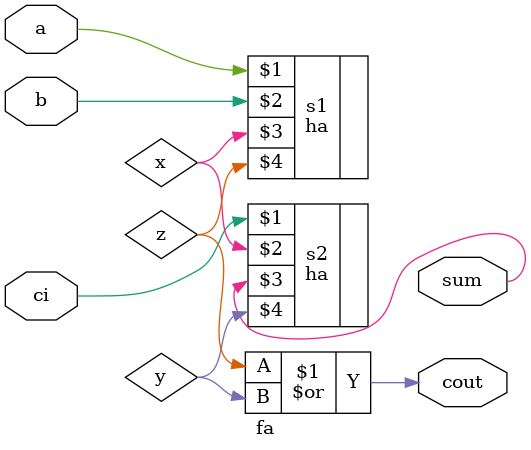
<source format=v>
module fa (a,b,ci,cout, sum);
input a,b,ci;
output sum,cout;

//method 1
//assign {cout, sum} = a + b + ci; 

//method 2
wire x,y,z;
ha s1 (a, b , x, z); 
ha s2 (ci, x , sum, y); 
or s3 (cout, z, y);

endmodule

</source>
